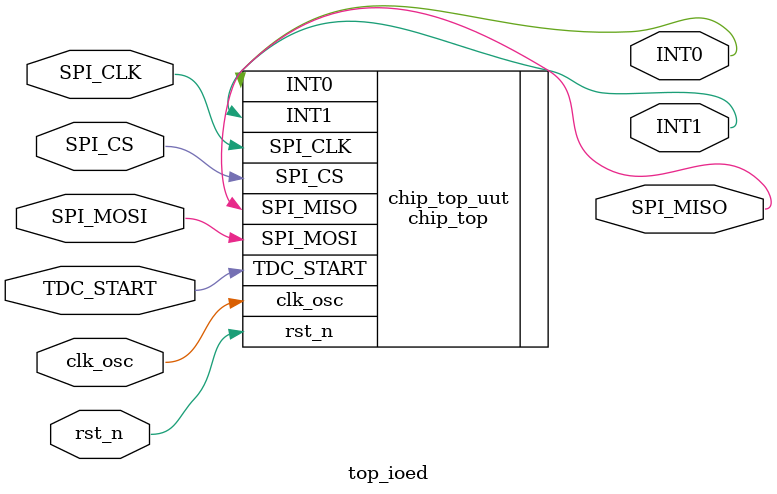
<source format=sv>
module top_ioed(
    input  wire             clk_osc,
    input  wire             rst_n,
    input  wire             TDC_START,
    input  wire             SPI_CS,   
    input  wire             SPI_CLK,  
    input  wire             SPI_MOSI, 
    output wire            SPI_MISO,
    output wire            INT0,
    output wire            INT1
);



chip_top chip_top_uut(
.clk_osc(clk_osc),
.rst_n(rst_n),
.TDC_START(TDC_START),
.SPI_CS(SPI_CS),   
.SPI_CLK(SPI_CLK),  
.SPI_MOSI(SPI_MOSI), 
.SPI_MISO(SPI_MISO),
.INT0(INT0),
.INT1(INT1)
);

endmodule

</source>
